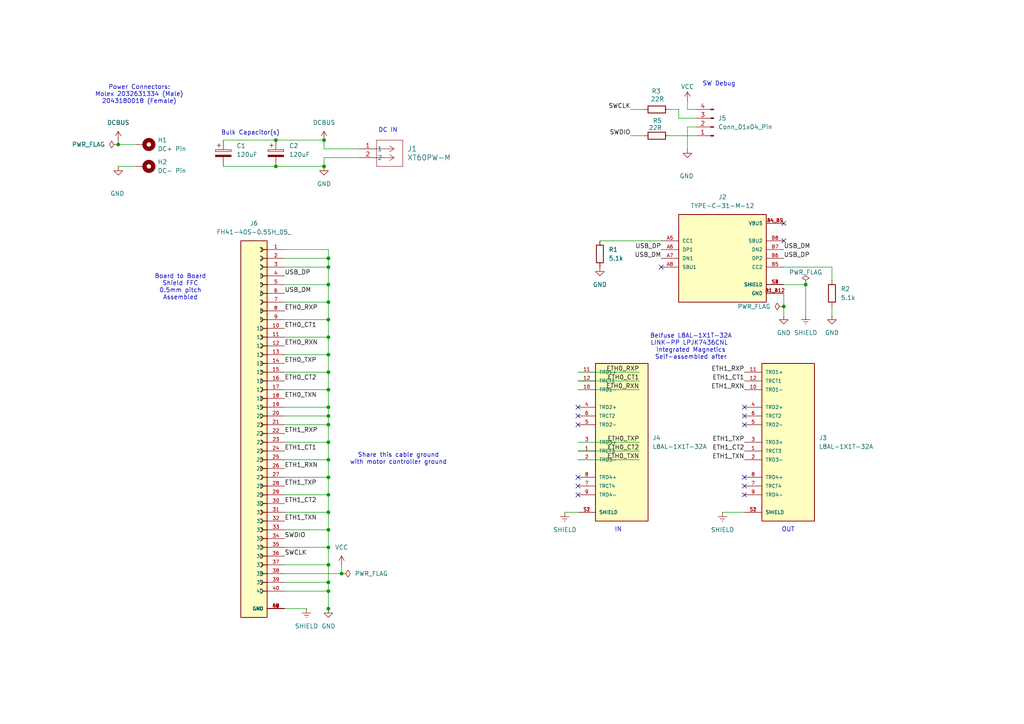
<source format=kicad_sch>
(kicad_sch (version 20231120) (generator "eeschema") (generator_version "8.0")
  (paper "A4")
  (lib_symbols
    (symbol "2024-07-02_21-14-47:XT60PW-M" (pin_names (offset 0.254))
      (property "Reference" "J" (at 8.89 6.35 0))
      (property "Value" "XT60PW-M" (at 0 0 0))
      (symbol "XT60PW-M_1_1"
        (polyline (pts (xy 5.08 -5.08) (xy 12.7 -5.08)) (stroke (width 0.127)))
        (polyline (pts (xy 5.08 2.54) (xy 5.08 -5.08)) (stroke (width 0.127)))
        (polyline (pts (xy 10.16 -2.54) (xy 5.08 -2.54)) (stroke (width 0.127)))
        (polyline (pts (xy 10.16 -2.54) (xy 8.89 -3.3867)) (stroke (width 0.127)))
        (polyline (pts (xy 10.16 -2.54) (xy 8.89 -1.6933)) (stroke (width 0.127)))
        (polyline (pts (xy 10.16 0) (xy 5.08 0)) (stroke (width 0.127)))
        (polyline (pts (xy 10.16 0) (xy 8.89 -0.8467)) (stroke (width 0.127)))
        (polyline (pts (xy 10.16 0) (xy 8.89 0.8467)) (stroke (width 0.127)))
        (polyline (pts (xy 12.7 -5.08) (xy 12.7 2.54)) (stroke (width 0.127)))
        (polyline (pts (xy 12.7 2.54) (xy 5.08 2.54)) (stroke (width 0.127)))
        (pin unspecified line (at 0 0 0) (length 5.08) (name "1") (number "1"))
        (pin unspecified line (at 0 -2.54 0) (length 5.08) (name "2") (number "2"))
      )
      (symbol "XT60PW-M_1_2"
        (polyline (pts (xy 5.08 -5.08) (xy 12.7 -5.08)) (stroke (width 0.127)))
        (polyline (pts (xy 5.08 2.54) (xy 5.08 -5.08)) (stroke (width 0.127)))
        (polyline (pts (xy 7.62 -2.54) (xy 5.08 -2.54)) (stroke (width 0.127)))
        (polyline (pts (xy 7.62 -2.54) (xy 8.89 -3.3867)) (stroke (width 0.127)))
        (polyline (pts (xy 7.62 -2.54) (xy 8.89 -1.6933)) (stroke (width 0.127)))
        (polyline (pts (xy 7.62 0) (xy 5.08 0)) (stroke (width 0.127)))
        (polyline (pts (xy 7.62 0) (xy 8.89 -0.8467)) (stroke (width 0.127)))
        (polyline (pts (xy 7.62 0) (xy 8.89 0.8467)) (stroke (width 0.127)))
        (polyline (pts (xy 12.7 -5.08) (xy 12.7 2.54)) (stroke (width 0.127)))
        (polyline (pts (xy 12.7 2.54) (xy 5.08 2.54)) (stroke (width 0.127)))
        (pin unspecified line (at 0 0 0) (length 5.08) (name "1") (number "1"))
        (pin unspecified line (at 0 -2.54 0) (length 5.08) (name "2") (number "2"))
      )
    )
    (symbol "Connector:Conn_01x04_Pin" (pin_names (offset 1.016) hide)
      (property "Reference" "J" (at 0 5.08 0))
      (property "Value" "Conn_01x04_Pin" (at 0 -7.62 0))
      (symbol "Conn_01x04_Pin_1_1"
        (polyline (pts (xy 1.27 -5.08) (xy 0.8636 -5.08)) (stroke (width 0.1524)))
        (polyline (pts (xy 1.27 -2.54) (xy 0.8636 -2.54)) (stroke (width 0.1524)))
        (polyline (pts (xy 1.27 0) (xy 0.8636 0)) (stroke (width 0.1524)))
        (polyline (pts (xy 1.27 2.54) (xy 0.8636 2.54)) (stroke (width 0.1524)))
        (rectangle (start 0.8636 -4.953) (end 0 -5.207) (stroke (width 0.1524)) (fill (type outline)))
        (rectangle (start 0.8636 -2.413) (end 0 -2.667) (stroke (width 0.1524)) (fill (type outline)))
        (rectangle (start 0.8636 0.127) (end 0 -0.127) (stroke (width 0.1524)) (fill (type outline)))
        (rectangle (start 0.8636 2.667) (end 0 2.413) (stroke (width 0.1524)) (fill (type outline)))
        (pin passive line (at 5.08 2.54 180) (length 3.81) (name "Pin_1") (number "1"))
        (pin passive line (at 5.08 0 180) (length 3.81) (name "Pin_2") (number "2"))
        (pin passive line (at 5.08 -2.54 180) (length 3.81) (name "Pin_3") (number "3"))
        (pin passive line (at 5.08 -5.08 180) (length 3.81) (name "Pin_4") (number "4"))
      )
    )
    (symbol "Device:C_Polarized" (pin_numbers hide) (pin_names (offset 0.254))
      (property "Reference" "C" (at 0.635 2.54 0))
      (property "Value" "C_Polarized" (at 0.635 -2.54 0))
      (symbol "C_Polarized_0_1"
        (rectangle (start -2.286 0.508) (end 2.286 1.016))
        (polyline (pts (xy -1.778 2.286) (xy -0.762 2.286)))
        (polyline (pts (xy -1.27 2.794) (xy -1.27 1.778)))
        (rectangle (start 2.286 -0.508) (end -2.286 -1.016) (fill (type outline)))
      )
      (symbol "C_Polarized_1_1"
        (pin passive line (at 0 3.81 270) (length 2.794) (name "~") (number "1"))
        (pin passive line (at 0 -3.81 90) (length 2.794) (name "~") (number "2"))
      )
    )
    (symbol "Device:R" (pin_numbers hide) (pin_names (offset 0))
      (property "Reference" "R" (at 2.032 0 90))
      (property "Value" "R" (at 0 0 90))
      (symbol "R_0_1"
        (rectangle (start -1.016 -2.54) (end 1.016 2.54) (stroke (width 0.254)))
      )
      (symbol "R_1_1"
        (pin passive line (at 0 3.81 270) (length 1.27) (name "~") (number "1"))
        (pin passive line (at 0 -3.81 90) (length 1.27) (name "~") (number "2"))
      )
    )
    (symbol "FH41-40S-0.5SH_05_:FH41-40S-0.5SH_05_" (pin_names (offset 1.016))
      (property "Reference" "J" (at -7.62 54.61 0))
      (property "Value" "FH41-40S-0.5SH_05_" (at -7.62 -58.42 0))
      (symbol "FH41-40S-0.5SH_05__0_0"
        (rectangle (start -7.62 -55.88) (end 0 53.34) (stroke (width 0.254)) (fill (type background)))
        (arc (start -1.905 -48.895) (mid -1.2727 -48.26) (end -1.905 -47.625) (stroke (width 0.254)))
        (arc (start -1.905 -46.355) (mid -1.2727 -45.72) (end -1.905 -45.085) (stroke (width 0.254)))
        (arc (start -1.905 -43.815) (mid -1.2727 -43.18) (end -1.905 -42.545) (stroke (width 0.254)))
        (arc (start -1.905 -41.275) (mid -1.2727 -40.64) (end -1.905 -40.005) (stroke (width 0.254)))
        (arc (start -1.905 -38.735) (mid -1.2727 -38.1) (end -1.905 -37.465) (stroke (width 0.254)))
        (arc (start -1.905 -36.195) (mid -1.2727 -35.56) (end -1.905 -34.925) (stroke (width 0.254)))
        (arc (start -1.905 -33.655) (mid -1.2727 -33.02) (end -1.905 -32.385) (stroke (width 0.254)))
        (arc (start -1.905 -31.115) (mid -1.2727 -30.48) (end -1.905 -29.845) (stroke (width 0.254)))
        (arc (start -1.905 -28.575) (mid -1.2727 -27.94) (end -1.905 -27.305) (stroke (width 0.254)))
        (arc (start -1.905 -26.035) (mid -1.2727 -25.4) (end -1.905 -24.765) (stroke (width 0.254)))
        (arc (start -1.905 -23.495) (mid -1.2727 -22.86) (end -1.905 -22.225) (stroke (width 0.254)))
        (arc (start -1.905 -20.955) (mid -1.2727 -20.32) (end -1.905 -19.685) (stroke (width 0.254)))
        (arc (start -1.905 -18.415) (mid -1.2727 -17.78) (end -1.905 -17.145) (stroke (width 0.254)))
        (arc (start -1.905 -15.875) (mid -1.2727 -15.24) (end -1.905 -14.605) (stroke (width 0.254)))
        (arc (start -1.905 -13.335) (mid -1.2727 -12.7) (end -1.905 -12.065) (stroke (width 0.254)))
        (arc (start -1.905 -10.795) (mid -1.2727 -10.16) (end -1.905 -9.525) (stroke (width 0.254)))
        (arc (start -1.905 -8.255) (mid -1.2727 -7.62) (end -1.905 -6.985) (stroke (width 0.254)))
        (arc (start -1.905 -5.715) (mid -1.2727 -5.08) (end -1.905 -4.445) (stroke (width 0.254)))
        (arc (start -1.905 -3.175) (mid -1.2727 -2.54) (end -1.905 -1.905) (stroke (width 0.254)))
        (arc (start -1.905 -0.635) (mid -1.2727 0) (end -1.905 0.635) (stroke (width 0.254)))
        (arc (start -1.905 1.905) (mid -1.2727 2.54) (end -1.905 3.175) (stroke (width 0.254)))
        (arc (start -1.905 4.445) (mid -1.2727 5.08) (end -1.905 5.715) (stroke (width 0.254)))
        (arc (start -1.905 6.985) (mid -1.2727 7.62) (end -1.905 8.255) (stroke (width 0.254)))
        (arc (start -1.905 9.525) (mid -1.2727 10.16) (end -1.905 10.795) (stroke (width 0.254)))
        (arc (start -1.905 12.065) (mid -1.2727 12.7) (end -1.905 13.335) (stroke (width 0.254)))
        (arc (start -1.905 14.605) (mid -1.2727 15.24) (end -1.905 15.875) (stroke (width 0.254)))
        (arc (start -1.905 17.145) (mid -1.2727 17.78) (end -1.905 18.415) (stroke (width 0.254)))
        (arc (start -1.905 19.685) (mid -1.2727 20.32) (end -1.905 20.955) (stroke (width 0.254)))
        (arc (start -1.905 22.225) (mid -1.2727 22.86) (end -1.905 23.495) (stroke (width 0.254)))
        (arc (start -1.905 24.765) (mid -1.2727 25.4) (end -1.905 26.035) (stroke (width 0.254)))
        (arc (start -1.905 27.305) (mid -1.2727 27.94) (end -1.905 28.575) (stroke (width 0.254)))
        (arc (start -1.905 29.845) (mid -1.2727 30.48) (end -1.905 31.115) (stroke (width 0.254)))
        (arc (start -1.905 32.385) (mid -1.2727 33.02) (end -1.905 33.655) (stroke (width 0.254)))
        (arc (start -1.905 34.925) (mid -1.2727 35.56) (end -1.905 36.195) (stroke (width 0.254)))
        (arc (start -1.905 37.465) (mid -1.2727 38.1) (end -1.905 38.735) (stroke (width 0.254)))
        (arc (start -1.905 40.005) (mid -1.2727 40.64) (end -1.905 41.275) (stroke (width 0.254)))
        (arc (start -1.905 42.545) (mid -1.2727 43.18) (end -1.905 43.815) (stroke (width 0.254)))
        (arc (start -1.905 45.085) (mid -1.2727 45.72) (end -1.905 46.355) (stroke (width 0.254)))
        (arc (start -1.905 47.625) (mid -1.2727 48.26) (end -1.905 48.895) (stroke (width 0.254)))
        (arc (start -1.905 50.165) (mid -1.2727 50.8) (end -1.905 51.435) (stroke (width 0.254)))
        (polyline (pts (xy 0 -48.26) (xy -1.27 -48.26)) (stroke (width 0.254)))
        (polyline (pts (xy 0 -45.72) (xy -1.27 -45.72)) (stroke (width 0.254)))
        (polyline (pts (xy 0 -43.18) (xy -1.27 -43.18)) (stroke (width 0.254)))
        (polyline (pts (xy 0 -40.64) (xy -1.27 -40.64)) (stroke (width 0.254)))
        (polyline (pts (xy 0 -38.1) (xy -1.27 -38.1)) (stroke (width 0.254)))
        (polyline (pts (xy 0 -35.56) (xy -1.27 -35.56)) (stroke (width 0.254)))
        (polyline (pts (xy 0 -33.02) (xy -1.27 -33.02)) (stroke (width 0.254)))
        (polyline (pts (xy 0 -30.48) (xy -1.27 -30.48)) (stroke (width 0.254)))
        (polyline (pts (xy 0 -27.94) (xy -1.27 -27.94)) (stroke (width 0.254)))
        (polyline (pts (xy 0 -25.4) (xy -1.27 -25.4)) (stroke (width 0.254)))
        (polyline (pts (xy 0 -22.86) (xy -1.27 -22.86)) (stroke (width 0.254)))
        (polyline (pts (xy 0 -20.32) (xy -1.27 -20.32)) (stroke (width 0.254)))
        (polyline (pts (xy 0 -17.78) (xy -1.27 -17.78)) (stroke (width 0.254)))
        (polyline (pts (xy 0 -15.24) (xy -1.27 -15.24)) (stroke (width 0.254)))
        (polyline (pts (xy 0 -12.7) (xy -1.27 -12.7)) (stroke (width 0.254)))
        (polyline (pts (xy 0 -10.16) (xy -1.27 -10.16)) (stroke (width 0.254)))
        (polyline (pts (xy 0 -7.62) (xy -1.27 -7.62)) (stroke (width 0.254)))
        (polyline (pts (xy 0 -5.08) (xy -1.27 -5.08)) (stroke (width 0.254)))
        (polyline (pts (xy 0 -2.54) (xy -1.27 -2.54)) (stroke (width 0.254)))
        (polyline (pts (xy 0 0) (xy -1.27 0)) (stroke (width 0.254)))
        (polyline (pts (xy 0 2.54) (xy -1.27 2.54)) (stroke (width 0.254)))
        (polyline (pts (xy 0 5.08) (xy -1.27 5.08)) (stroke (width 0.254)))
        (polyline (pts (xy 0 7.62) (xy -1.27 7.62)) (stroke (width 0.254)))
        (polyline (pts (xy 0 10.16) (xy -1.27 10.16)) (stroke (width 0.254)))
        (polyline (pts (xy 0 12.7) (xy -1.27 12.7)) (stroke (width 0.254)))
        (polyline (pts (xy 0 15.24) (xy -1.27 15.24)) (stroke (width 0.254)))
        (polyline (pts (xy 0 17.78) (xy -1.27 17.78)) (stroke (width 0.254)))
        (polyline (pts (xy 0 20.32) (xy -1.27 20.32)) (stroke (width 0.254)))
        (polyline (pts (xy 0 22.86) (xy -1.27 22.86)) (stroke (width 0.254)))
        (polyline (pts (xy 0 25.4) (xy -1.27 25.4)) (stroke (width 0.254)))
        (polyline (pts (xy 0 27.94) (xy -1.27 27.94)) (stroke (width 0.254)))
        (polyline (pts (xy 0 30.48) (xy -1.27 30.48)) (stroke (width 0.254)))
        (polyline (pts (xy 0 33.02) (xy -1.27 33.02)) (stroke (width 0.254)))
        (polyline (pts (xy 0 35.56) (xy -1.27 35.56)) (stroke (width 0.254)))
        (polyline (pts (xy 0 38.1) (xy -1.27 38.1)) (stroke (width 0.254)))
        (polyline (pts (xy 0 40.64) (xy -1.27 40.64)) (stroke (width 0.254)))
        (polyline (pts (xy 0 43.18) (xy -1.27 43.18)) (stroke (width 0.254)))
        (polyline (pts (xy 0 45.72) (xy -1.27 45.72)) (stroke (width 0.254)))
        (polyline (pts (xy 0 48.26) (xy -1.27 48.26)) (stroke (width 0.254)))
        (polyline (pts (xy 0 50.8) (xy -1.27 50.8)) (stroke (width 0.254)))
        (pin passive line (at 5.08 50.8 180) (length 5.08) (name "1") (number "1"))
        (pin passive line (at 5.08 27.94 180) (length 5.08) (name "10") (number "10"))
        (pin passive line (at 5.08 25.4 180) (length 5.08) (name "11") (number "11"))
        (pin passive line (at 5.08 22.86 180) (length 5.08) (name "12") (number "12"))
        (pin passive line (at 5.08 20.32 180) (length 5.08) (name "13") (number "13"))
        (pin passive line (at 5.08 17.78 180) (length 5.08) (name "14") (number "14"))
        (pin passive line (at 5.08 15.24 180) (length 5.08) (name "15") (number "15"))
        (pin passive line (at 5.08 12.7 180) (length 5.08) (name "16") (number "16"))
        (pin passive line (at 5.08 10.16 180) (length 5.08) (name "17") (number "17"))
        (pin passive line (at 5.08 7.62 180) (length 5.08) (name "18") (number "18"))
        (pin passive line (at 5.08 5.08 180) (length 5.08) (name "19") (number "19"))
        (pin passive line (at 5.08 48.26 180) (length 5.08) (name "2") (number "2"))
        (pin passive line (at 5.08 2.54 180) (length 5.08) (name "20") (number "20"))
        (pin passive line (at 5.08 0 180) (length 5.08) (name "21") (number "21"))
        (pin passive line (at 5.08 -2.54 180) (length 5.08) (name "22") (number "22"))
        (pin passive line (at 5.08 -5.08 180) (length 5.08) (name "23") (number "23"))
        (pin passive line (at 5.08 -7.62 180) (length 5.08) (name "24") (number "24"))
        (pin passive line (at 5.08 -10.16 180) (length 5.08) (name "25") (number "25"))
        (pin passive line (at 5.08 -12.7 180) (length 5.08) (name "26") (number "26"))
        (pin passive line (at 5.08 -15.24 180) (length 5.08) (name "27") (number "27"))
        (pin passive line (at 5.08 -17.78 180) (length 5.08) (name "28") (number "28"))
        (pin passive line (at 5.08 -20.32 180) (length 5.08) (name "29") (number "29"))
        (pin passive line (at 5.08 45.72 180) (length 5.08) (name "3") (number "3"))
        (pin passive line (at 5.08 -22.86 180) (length 5.08) (name "30") (number "30"))
        (pin passive line (at 5.08 -25.4 180) (length 5.08) (name "31") (number "31"))
        (pin passive line (at 5.08 -27.94 180) (length 5.08) (name "32") (number "32"))
        (pin passive line (at 5.08 -30.48 180) (length 5.08) (name "33") (number "33"))
        (pin passive line (at 5.08 -33.02 180) (length 5.08) (name "34") (number "34"))
        (pin passive line (at 5.08 -35.56 180) (length 5.08) (name "35") (number "35"))
        (pin passive line (at 5.08 -38.1 180) (length 5.08) (name "36") (number "36"))
        (pin passive line (at 5.08 -40.64 180) (length 5.08) (name "37") (number "37"))
        (pin passive line (at 5.08 -43.18 180) (length 5.08) (name "38") (number "38"))
        (pin passive line (at 5.08 -45.72 180) (length 5.08) (name "39") (number "39"))
        (pin passive line (at 5.08 43.18 180) (length 5.08) (name "4") (number "4"))
        (pin passive line (at 5.08 -48.26 180) (length 5.08) (name "40") (number "40"))
        (pin power_in line (at 5.08 -53.34 180) (length 5.08) (name "GND") (number "41"))
        (pin power_in line (at 5.08 -53.34 180) (length 5.08) (name "GND") (number "42"))
        (pin power_in line (at 5.08 -53.34 180) (length 5.08) (name "GND") (number "43"))
        (pin power_in line (at 5.08 -53.34 180) (length 5.08) (name "GND") (number "44"))
        (pin power_in line (at 5.08 -53.34 180) (length 5.08) (name "GND") (number "45"))
        (pin power_in line (at 5.08 -53.34 180) (length 5.08) (name "GND") (number "46"))
        (pin power_in line (at 5.08 -53.34 180) (length 5.08) (name "GND") (number "47"))
        (pin power_in line (at 5.08 -53.34 180) (length 5.08) (name "GND") (number "48"))
        (pin power_in line (at 5.08 -53.34 180) (length 5.08) (name "GND") (number "49"))
        (pin passive line (at 5.08 40.64 180) (length 5.08) (name "5") (number "5"))
        (pin power_in line (at 5.08 -53.34 180) (length 5.08) (name "GND") (number "50"))
        (pin passive line (at 5.08 38.1 180) (length 5.08) (name "6") (number "6"))
        (pin passive line (at 5.08 35.56 180) (length 5.08) (name "7") (number "7"))
        (pin passive line (at 5.08 33.02 180) (length 5.08) (name "8") (number "8"))
        (pin passive line (at 5.08 30.48 180) (length 5.08) (name "9") (number "9"))
      )
    )
    (symbol "L8AL-1X1T-32A:L8AL-1X1T-32A" (pin_names (offset 1.016))
      (property "Reference" "J" (at -7.62 24.13 0))
      (property "Value" "L8AL-1X1T-32A" (at -7.62 -24.13 0))
      (symbol "L8AL-1X1T-32A_0_0"
        (rectangle (start -7.62 -22.86) (end 7.62 22.86) (stroke (width 0.254)) (fill (type background)))
        (pin passive line (at -12.7 -2.54 0) (length 5.08) (name "TRCT3") (number "1"))
        (pin passive line (at -12.7 15.24 0) (length 5.08) (name "TRD1-") (number "10"))
        (pin passive line (at -12.7 20.32 0) (length 5.08) (name "TRD1+") (number "11"))
        (pin passive line (at -12.7 17.78 0) (length 5.08) (name "TRCT1") (number "12"))
        (pin passive line (at -12.7 -5.08 0) (length 5.08) (name "TRD3-") (number "2"))
        (pin passive line (at -12.7 0 0) (length 5.08) (name "TRD3+") (number "3"))
        (pin passive line (at -12.7 10.16 0) (length 5.08) (name "TRD2+") (number "4"))
        (pin passive line (at -12.7 5.08 0) (length 5.08) (name "TRD2-") (number "5"))
        (pin passive line (at -12.7 7.62 0) (length 5.08) (name "TRCT2") (number "6"))
        (pin passive line (at -12.7 -12.7 0) (length 5.08) (name "TRCT4") (number "7"))
        (pin passive line (at -12.7 -10.16 0) (length 5.08) (name "TRD4+") (number "8"))
        (pin passive line (at -12.7 -15.24 0) (length 5.08) (name "TRD4-") (number "9"))
        (pin passive line (at -12.7 -20.32 0) (length 5.08) (name "SHIELD") (number "S1"))
        (pin passive line (at -12.7 -20.32 0) (length 5.08) (name "SHIELD") (number "S2"))
      )
    )
    (symbol "Mechanical:MountingHole_Pad" (pin_numbers hide) (pin_names (offset 1.016) hide) (exclude_from_sim yes) (in_bom no)
      (property "Reference" "H" (at 0 6.35 0))
      (property "Value" "MountingHole_Pad" (at 0 4.445 0))
      (symbol "MountingHole_Pad_0_1"
        (circle (center 0 1.27) (radius 1.27) (stroke (width 1.27)))
      )
      (symbol "MountingHole_Pad_1_1"
        (pin input line (at 0 -2.54 90) (length 2.54) (name "1") (number "1"))
      )
    )
    (symbol "TYPE-C-31-M-12:TYPE-C-31-M-12" (pin_names (offset 1.016))
      (property "Reference" "J" (at -12.7 13.462 0))
      (property "Value" "TYPE-C-31-M-12" (at -12.7 -13.462 0))
      (symbol "TYPE-C-31-M-12_0_0"
        (rectangle (start -12.7 -12.7) (end 12.7 12.7) (stroke (width 0.254)) (fill (type background)))
        (pin power_in line (at 17.78 -10.16 180) (length 5.08) (name "GND") (number "A1_B12"))
        (pin power_in line (at 17.78 10.16 180) (length 5.08) (name "VBUS") (number "A4_B9"))
        (pin bidirectional line (at -17.78 5.08 0) (length 5.08) (name "CC1") (number "A5"))
        (pin bidirectional line (at -17.78 2.54 0) (length 5.08) (name "DP1") (number "A6"))
        (pin bidirectional line (at -17.78 0 0) (length 5.08) (name "DN1") (number "A7"))
        (pin bidirectional line (at -17.78 -2.54 0) (length 5.08) (name "SBU1") (number "A8"))
        (pin power_in line (at 17.78 -10.16 180) (length 5.08) (name "GND") (number "B1_A12"))
        (pin power_in line (at 17.78 10.16 180) (length 5.08) (name "VBUS") (number "B4_A9"))
        (pin bidirectional line (at 17.78 -2.54 180) (length 5.08) (name "CC2") (number "B5"))
        (pin bidirectional line (at 17.78 0 180) (length 5.08) (name "DP2") (number "B6"))
        (pin bidirectional line (at 17.78 2.54 180) (length 5.08) (name "DN2") (number "B7"))
        (pin bidirectional line (at 17.78 5.08 180) (length 5.08) (name "SBU2") (number "B8"))
        (pin passive line (at 17.78 -7.62 180) (length 5.08) (name "SHIELD") (number "S1"))
        (pin passive line (at 17.78 -7.62 180) (length 5.08) (name "SHIELD") (number "S2"))
        (pin passive line (at 17.78 -7.62 180) (length 5.08) (name "SHIELD") (number "S3"))
        (pin passive line (at 17.78 -7.62 180) (length 5.08) (name "SHIELD") (number "S4"))
      )
    )
    (symbol "power:+3.3V" (power) (pin_numbers hide) (pin_names (offset 0) hide)
      (property "Value" "+3.3V" (at 0 3.556 0))
      (symbol "+3.3V_0_1"
        (polyline (pts (xy -0.762 1.27) (xy 0 2.54)))
        (polyline (pts (xy 0 0) (xy 0 2.54)))
        (polyline (pts (xy 0 2.54) (xy 0.762 1.27)))
      )
      (symbol "+3.3V_1_1"
        (pin power_in line (at 0 0 90) (length 0) (name "~") (number "1"))
      )
    )
    (symbol "power:Earth" (power) (pin_numbers hide) (pin_names (offset 0) hide)
      (property "Value" "Earth" (at 0 -3.81 0))
      (symbol "Earth_0_1"
        (polyline (pts (xy -0.635 -1.905) (xy 0.635 -1.905)))
        (polyline (pts (xy -0.127 -2.54) (xy 0.127 -2.54)))
        (polyline (pts (xy 0 -1.27) (xy 0 0)))
        (polyline (pts (xy 1.27 -1.27) (xy -1.27 -1.27)))
      )
      (symbol "Earth_1_1"
        (pin power_in line (at 0 0 270) (length 0) (name "~") (number "1"))
      )
    )
    (symbol "power:GND" (power) (pin_numbers hide) (pin_names (offset 0) hide)
      (property "Value" "GND" (at 0 -3.81 0))
      (symbol "GND_0_1"
        (polyline (pts (xy 0 0) (xy 0 -1.27) (xy 1.27 -1.27) (xy 0 -2.54) (xy -1.27 -1.27) (xy 0 -1.27)))
      )
      (symbol "GND_1_1"
        (pin power_in line (at 0 0 270) (length 0) (name "~") (number "1"))
      )
    )
    (symbol "power:PWR_FLAG" (power) (pin_numbers hide) (pin_names (offset 0) hide)
      (property "Value" "PWR_FLAG" (at 0 3.81 0))
      (symbol "PWR_FLAG_0_0"
        (pin power_out line (at 0 0 90) (length 0) (name "~") (number "1"))
      )
      (symbol "PWR_FLAG_0_1"
        (polyline (pts (xy 0 0) (xy 0 1.27) (xy -1.016 1.905) (xy 0 2.54) (xy 1.016 1.905) (xy 0 1.27)))
      )
    )
    (symbol "power:VCC" (power) (pin_numbers hide) (pin_names (offset 0) hide)
      (property "Value" "VCC" (at 0 3.556 0))
      (symbol "VCC_0_1"
        (polyline (pts (xy -0.762 1.27) (xy 0 2.54)))
        (polyline (pts (xy 0 0) (xy 0 2.54)))
        (polyline (pts (xy 0 2.54) (xy 0.762 1.27)))
      )
      (symbol "VCC_1_1"
        (pin power_in line (at 0 0 90) (length 0) (name "~") (number "1"))
      )
    )
  )
  (junction (at 95.25 148.59))
  (junction (at 95.25 123.19))
  (junction (at 99.06 166.37))
  (junction (at 95.25 168.91))
  (junction (at 95.25 97.79))
  (junction (at 95.25 133.35))
  (junction (at 95.25 102.87))
  (junction (at 227.33 88.9))
  (junction (at 95.25 113.03))
  (junction (at 95.25 138.43))
  (junction (at 95.25 120.65))
  (junction (at 95.25 118.11))
  (junction (at 95.25 82.55))
  (junction (at 95.25 107.95))
  (junction (at 80.01 48.26))
  (junction (at 95.25 153.67))
  (junction (at 95.25 143.51))
  (junction (at 95.25 77.47))
  (junction (at 95.25 128.27))
  (junction (at 95.25 74.93))
  (junction (at 95.25 176.53))
  (junction (at 34.29 41.91))
  (junction (at 93.98 48.26))
  (junction (at 233.68 82.55))
  (junction (at 95.25 87.63))
  (junction (at 93.98 40.64))
  (junction (at 95.25 158.75))
  (junction (at 80.01 40.64))
  (junction (at 95.25 163.83))
  (junction (at 95.25 171.45))
  (junction (at 95.25 92.71))
  (no_connect (at 215.9 138.43))
  (no_connect (at 191.77 77.47))
  (no_connect (at 227.33 69.85))
  (no_connect (at 167.64 120.65))
  (no_connect (at 167.64 138.43))
  (no_connect (at 215.9 118.11))
  (no_connect (at 227.33 64.77))
  (no_connect (at 215.9 140.97))
  (no_connect (at 215.9 143.51))
  (no_connect (at 167.64 140.97))
  (no_connect (at 215.9 120.65))
  (no_connect (at 167.64 123.19))
  (no_connect (at 215.9 123.19))
  (no_connect (at 167.64 143.51))
  (no_connect (at 167.64 118.11))
  (wire (pts (xy 93.98 40.64) (xy 93.98 43.18)))
  (wire (pts (xy 82.55 120.65) (xy 95.25 120.65)))
  (wire (pts (xy 194.31 31.75) (xy 196.85 31.75)))
  (wire (pts (xy 167.64 107.95) (xy 185.42 107.95)))
  (wire (pts (xy 173.99 69.85) (xy 191.77 69.85)))
  (wire (pts (xy 95.25 82.55) (xy 95.25 77.47)))
  (wire (pts (xy 82.55 168.91) (xy 95.25 168.91)))
  (wire (pts (xy 209.55 148.59) (xy 215.9 148.59)))
  (wire (pts (xy 95.25 158.75) (xy 95.25 163.83)))
  (wire (pts (xy 82.55 143.51) (xy 95.25 143.51)))
  (wire (pts (xy 82.55 92.71) (xy 95.25 92.71)))
  (wire (pts (xy 95.25 74.93) (xy 95.25 72.39)))
  (wire (pts (xy 93.98 45.72) (xy 104.14 45.72)))
  (wire (pts (xy 95.25 120.65) (xy 95.25 123.19)))
  (wire (pts (xy 95.25 118.11) (xy 95.25 120.65)))
  (wire (pts (xy 201.93 34.29) (xy 196.85 34.29)))
  (wire (pts (xy 93.98 43.18) (xy 104.14 43.18)))
  (wire (pts (xy 241.3 91.44) (xy 241.3 88.9)))
  (wire (pts (xy 82.55 158.75) (xy 95.25 158.75)))
  (wire (pts (xy 194.31 39.37) (xy 201.93 39.37)))
  (wire (pts (xy 82.55 171.45) (xy 95.25 171.45)))
  (wire (pts (xy 82.55 176.53) (xy 88.9 176.53)))
  (wire (pts (xy 95.25 118.11) (xy 95.25 113.03)))
  (wire (pts (xy 99.06 163.83) (xy 99.06 166.37)))
  (wire (pts (xy 95.25 102.87) (xy 95.25 97.79)))
  (wire (pts (xy 80.01 48.26) (xy 93.98 48.26)))
  (wire (pts (xy 82.55 123.19) (xy 95.25 123.19)))
  (wire (pts (xy 34.29 40.64) (xy 34.29 41.91)))
  (wire (pts (xy 64.77 48.26) (xy 80.01 48.26)))
  (wire (pts (xy 95.25 77.47) (xy 95.25 74.93)))
  (wire (pts (xy 227.33 82.55) (xy 233.68 82.55)))
  (wire (pts (xy 95.25 176.53) (xy 95.25 171.45)))
  (wire (pts (xy 95.25 107.95) (xy 95.25 113.03)))
  (wire (pts (xy 233.68 82.55) (xy 233.68 91.44)))
  (wire (pts (xy 64.77 40.64) (xy 80.01 40.64)))
  (wire (pts (xy 95.25 168.91) (xy 95.25 171.45)))
  (wire (pts (xy 95.25 133.35) (xy 95.25 138.43)))
  (wire (pts (xy 227.33 77.47) (xy 241.3 77.47)))
  (wire (pts (xy 95.25 123.19) (xy 95.25 128.27)))
  (wire (pts (xy 82.55 97.79) (xy 95.25 97.79)))
  (wire (pts (xy 167.64 128.27) (xy 185.42 128.27)))
  (wire (pts (xy 167.64 110.49) (xy 185.42 110.49)))
  (wire (pts (xy 227.33 91.44) (xy 227.33 88.9)))
  (wire (pts (xy 163.83 148.59) (xy 167.64 148.59)))
  (wire (pts (xy 82.55 128.27) (xy 95.25 128.27)))
  (wire (pts (xy 95.25 82.55) (xy 95.25 87.63)))
  (wire (pts (xy 34.29 41.91) (xy 39.37 41.91)))
  (wire (pts (xy 95.25 128.27) (xy 95.25 133.35)))
  (wire (pts (xy 95.25 97.79) (xy 95.25 92.71)))
  (wire (pts (xy 82.55 138.43) (xy 95.25 138.43)))
  (wire (pts (xy 167.64 113.03) (xy 185.42 113.03)))
  (wire (pts (xy 82.55 102.87) (xy 95.25 102.87)))
  (wire (pts (xy 182.88 31.75) (xy 186.69 31.75)))
  (wire (pts (xy 82.55 118.11) (xy 95.25 118.11)))
  (wire (pts (xy 199.39 29.21) (xy 199.39 31.75)))
  (wire (pts (xy 199.39 31.75) (xy 201.93 31.75)))
  (wire (pts (xy 82.55 74.93) (xy 95.25 74.93)))
  (wire (pts (xy 82.55 153.67) (xy 95.25 153.67)))
  (wire (pts (xy 95.25 107.95) (xy 95.25 102.87)))
  (wire (pts (xy 82.55 77.47) (xy 95.25 77.47)))
  (wire (pts (xy 82.55 87.63) (xy 95.25 87.63)))
  (wire (pts (xy 227.33 85.09) (xy 227.33 88.9)))
  (wire (pts (xy 34.29 48.26) (xy 39.37 48.26)))
  (wire (pts (xy 196.85 34.29) (xy 196.85 31.75)))
  (wire (pts (xy 82.55 107.95) (xy 95.25 107.95)))
  (wire (pts (xy 95.25 177.8) (xy 95.25 176.53)))
  (wire (pts (xy 199.39 36.83) (xy 199.39 43.18)))
  (wire (pts (xy 82.55 113.03) (xy 95.25 113.03)))
  (wire (pts (xy 95.25 153.67) (xy 95.25 158.75)))
  (wire (pts (xy 82.55 166.37) (xy 99.06 166.37)))
  (wire (pts (xy 80.01 40.64) (xy 93.98 40.64)))
  (wire (pts (xy 95.25 148.59) (xy 95.25 153.67)))
  (wire (pts (xy 93.98 48.26) (xy 93.98 45.72)))
  (wire (pts (xy 95.25 143.51) (xy 95.25 148.59)))
  (wire (pts (xy 82.55 148.59) (xy 95.25 148.59)))
  (wire (pts (xy 82.55 82.55) (xy 95.25 82.55)))
  (wire (pts (xy 241.3 77.47) (xy 241.3 81.28)))
  (wire (pts (xy 95.25 72.39) (xy 82.55 72.39)))
  (wire (pts (xy 82.55 163.83) (xy 95.25 163.83)))
  (wire (pts (xy 95.25 92.71) (xy 95.25 87.63)))
  (wire (pts (xy 182.88 39.37) (xy 186.69 39.37)))
  (wire (pts (xy 95.25 138.43) (xy 95.25 143.51)))
  (wire (pts (xy 167.64 133.35) (xy 185.42 133.35)))
  (wire (pts (xy 82.55 133.35) (xy 95.25 133.35)))
  (wire (pts (xy 95.25 163.83) (xy 95.25 168.91)))
  (wire (pts (xy 201.93 36.83) (xy 199.39 36.83)))
  (wire (pts (xy 167.64 130.81) (xy 185.42 130.81)))
  (text "Belfuse L8AL-1X1T-32A\nLINK-PP LPJK7436CNL \nIntegrated Magnetics\nSelf-assembled after" (at 200.406 100.584 0) (effects (font (size 1.27 1.27))))
  (text "SW Debug" (at 208.534 24.384 0) (effects (font (size 1.27 1.27))))
  (text "IN" (at 179.324 153.67 0) (effects (font (size 1.27 1.27))))
  (text "Board to Board\nShield FFC\n0.5mm pitch\nAssembled" (at 52.324 83.312 0) (effects (font (size 1.27 1.27))))
  (text "Share this cable ground\nwith motor controller ground" (at 115.57 133.096 0) (effects (font (size 1.27 1.27))))
  (text "DC IN" (at 112.522 37.846 0) (effects (font (size 1.27 1.27))))
  (text "Power Connectors:\nMolex 2032631334 (Male)\n2043180018 (Female)" (at 40.386 27.432 0) (effects (font (size 1.27 1.27))))
  (text "OUT" (at 228.6 153.67 0) (effects (font (size 1.27 1.27))))
  (text "Bulk Capacitor(s)" (at 72.644 38.608 0) (effects (font (size 1.27 1.27))))
  (label "ETH1_TXP" (at 215.9 128.27 180))
  (label "ETH0_CT1" (at 185.42 110.49 180))
  (label "USB_DM" (at 227.33 72.39 0))
  (label "ETH0_RXP" (at 185.42 107.95 180))
  (label "ETH0_TXN" (at 185.42 133.35 180))
  (label "ETH0_RXP" (at 82.55 90.17 0))
  (label "ETH1_CT2" (at 215.9 130.81 180))
  (label "USB_DP" (at 82.55 80.01 0))
  (label "ETH1_TXN" (at 82.55 151.13 0))
  (label "ETH1_TXN" (at 215.9 133.35 180))
  (label "ETH1_CT1" (at 215.9 110.49 180))
  (label "SWDIO" (at 182.88 39.37 180))
  (label "USB_DP" (at 227.33 74.93 0))
  (label "ETH0_RXN" (at 185.42 113.03 180))
  (label "ETH1_TXP" (at 82.55 140.97 0))
  (label "SWDIO" (at 82.55 156.21 0))
  (label "USB_DM" (at 82.55 85.09 0))
  (label "ETH1_RXP" (at 215.9 107.95 180))
  (label "ETH0_RXN" (at 82.55 100.33 0))
  (label "SWCLK" (at 182.88 31.75 180))
  (label "ETH1_RXN" (at 82.55 135.89 0))
  (label "ETH1_CT1" (at 82.55 130.81 0))
  (label "ETH0_TXP" (at 82.55 105.41 0))
  (label "ETH0_CT2" (at 185.42 130.81 180))
  (label "SWCLK" (at 82.55 161.29 0))
  (label "ETH1_RXP" (at 82.55 125.73 0))
  (label "ETH1_CT2" (at 82.55 146.05 0))
  (label "ETH1_RXN" (at 215.9 113.03 180))
  (label "USB_DP" (at 191.77 72.39 180))
  (label "ETH0_TXN" (at 82.55 115.57 0))
  (label "ETH0_TXP" (at 185.42 128.27 180))
  (label "USB_DM" (at 191.77 74.93 180))
  (label "ETH0_CT1" (at 82.55 95.25 0))
  (label "ETH0_CT2" (at 82.55 110.49 0))
  (symbol (lib_id "power:GND") (at 199.39 43.18 0) (unit 1)
    (property "Reference" "#PWR08" (effects (hide yes)))
    (property "Value" "GND" (at 199.136 51.054 0))
  )
  (symbol (lib_id "power:Earth") (at 233.68 91.44 0) (unit 1)
    (property "Reference" "#PWR03" (effects (hide yes)))
    (property "Value" "SHIELD" (at 233.68 96.52 0))
    (property "Description" "Power symbol creates a global label with name \"Earth\"" (effects (hide yes)))
  )
  (symbol (lib_id "Mechanical:MountingHole_Pad") (at 41.91 48.26 270) (unit 1) (exclude_from_sim yes) (in_bom no)
    (property "Reference" "H2" (at 45.72 46.9899 90) (effects (justify left)))
    (property "Value" "DC- Pin" (at 45.72 49.5299 90) (effects (justify left)))
    (property "Description" "Mounting Hole with connection" (effects (hide yes)))
  )
  (symbol (lib_id "power:+3.3V") (at 34.29 40.64 0) (unit 1)
    (property "Reference" "#PWR09" (effects (hide yes)))
    (property "Value" "DCBUS" (at 34.29 35.56 0))
    (property "Description" "Power symbol creates a global label with name \"+3.3V\"" (effects (hide yes)))
  )
  (symbol (lib_id "power:VCC") (at 99.06 163.83 0) (unit 1)
    (property "Reference" "#PWR011" (effects (hide yes)))
    (property "Value" "VCC" (at 99.06 158.75 0))
    (property "Description" "Power symbol creates a global label with name \"VCC\"" (effects (hide yes)))
  )
  (symbol (lib_id "power:Earth") (at 163.83 148.59 0) (unit 1)
    (property "Reference" "#PWR014" (effects (hide yes)))
    (property "Value" "SHIELD" (at 163.83 153.67 0))
    (property "Description" "Power symbol creates a global label with name \"Earth\"" (effects (hide yes)))
  )
  (symbol (lib_id "TYPE-C-31-M-12:TYPE-C-31-M-12") (at 209.55 74.93 0) (unit 1)
    (property "Reference" "J2" (at 209.55 57.15 0))
    (property "Value" "TYPE-C-31-M-12" (at 209.55 59.69 0))
    (property "Footprint" "TYPE-C-31-M-12:HRO_TYPE-C-31-M-12" (effects (hide yes)))
    (property "MF" "HRO Electronics Co., Ltd." (effects (hide yes)))
    (property "MAXIMUM_PACKAGE_HEIGHT" "3.26 mm" (effects (hide yes)))
    (property "Package" "Package" (effects (hide yes)))
    (property "Price" "None" (effects (hide yes)))
    (property "Check_prices" "https://www.snapeda.com/parts/TYPE-C-31-M-12/HRO+Electronics+Co.%252C+Ltd./view-part/?ref=eda" (effects (hide yes)))
    (property "STANDARD" "Manufacturer Recommendations" (effects (hide yes)))
    (property "PARTREV" "2020.12.08" (effects (hide yes)))
    (property "SnapEDA_Link" "https://www.snapeda.com/parts/TYPE-C-31-M-12/HRO+Electronics+Co.%252C+Ltd./view-part/?ref=snap" (effects (hide yes)))
    (property "MP" "TYPE-C-31-M-12" (effects (hide yes)))
    (property "Description_1" "\nUSB Connectors 24 Receptacle 1 8.94*7.3mm RoHS\n" (effects (hide yes)))
    (property "SNAPEDA_PN" "TYPE-C-31-M-12" (effects (hide yes)))
    (property "Availability" "Not in stock" (effects (hide yes)))
    (property "MANUFACTURER" "HRO Electronics Co., Ltd." (effects (hide yes)))
    (property "LCSC Part Number" "C165948" (effects (hide yes)))
  )
  (symbol (lib_id "Device:C_Polarized") (at 80.01 44.45 0) (unit 1)
    (property "Reference" "C2" (at 83.82 42.2909 0) (effects (justify left)))
    (property "Value" "120uF" (at 83.82 44.8309 0) (effects (justify left)))
    (property "Description" "Polarized capacitor" (effects (hide yes)))
  )
  (symbol (lib_id "power:GND") (at 227.33 91.44 0) (unit 1)
    (property "Reference" "#PWR02" (effects (hide yes)))
    (property "Value" "GND" (at 227.33 96.52 0))
    (property "Description" "Power symbol creates a global label with name \"GND\" , ground" (effects (hide yes)))
  )
  (symbol (lib_id "L8AL-1X1T-32A:L8AL-1X1T-32A") (at 228.6 128.27 0) (unit 1)
    (property "Reference" "J3" (at 237.49 126.9999 0) (effects (justify left)))
    (property "Value" "L8AL-1X1T-32A" (at 237.49 129.5399 0) (effects (justify left)))
    (property "Footprint" "L8AL-1X1T-32A:BEL_L8AL-1X1T-32A" (effects (hide yes)))
    (property "MF" "Bel Magnetic Solutions" (effects (hide yes)))
    (property "MAXIMUM_PACKAGE_HEIGHT" "13.22 mm" (effects (hide yes)))
    (property "Package" "None" (effects (hide yes)))
    (property "Price" "None" (effects (hide yes)))
    (property "Check_prices" "https://www.snapeda.com/parts/L8AL-1X1T-32A/Bel+Magnetic+Solutions/view-part/?ref=eda" (effects (hide yes)))
    (property "STANDARD" "Manufacturer Recommendations" (effects (hide yes)))
    (property "PARTREV" "A" (effects (hide yes)))
    (property "SnapEDA_Link" "https://www.snapeda.com/parts/L8AL-1X1T-32A/Bel+Magnetic+Solutions/view-part/?ref=snap" (effects (hide yes)))
    (property "MP" "L8AL-1X1T-32A" (effects (hide yes)))
    (property "Description_1" "\nMagJack 1000BASE-T | 1X1 | -40 to 85ºC | Tab Up | Low Profile | RoHS\n" (effects (hide yes)))
    (property "Availability" "In Stock" (effects (hide yes)))
    (property "MANUFACTURER" "Bel Fuse" (effects (hide yes)))
  )
  (symbol (lib_id "Device:R") (at 173.99 73.66 0) (unit 1)
    (property "Reference" "R1" (at 176.53 72.3899 0) (effects (justify left)))
    (property "Value" "5.1k" (at 176.53 74.9299 0) (effects (justify left)))
    (property "Footprint" "Resistor_SMD:R_0603_1608Metric" (effects (hide yes)))
    (property "Description" "Resistor" (effects (hide yes)))
  )
  (symbol (lib_id "power:Earth") (at 88.9 176.53 0) (unit 1)
    (property "Reference" "#PWR013" (effects (hide yes)))
    (property "Value" "SHIELD" (at 88.9 181.61 0))
    (property "Description" "Power symbol creates a global label with name \"Earth\"" (effects (hide yes)))
  )
  (symbol (lib_id "Connector:Conn_01x04_Pin") (at 207.01 36.83 180) (unit 1)
    (property "Reference" "J5" (at 208.28 34.2899 0) (effects (justify right)))
    (property "Value" "Conn_01x04_Pin" (at 208.28 36.8299 0) (effects (justify right)))
    (property "Description" "Generic connector, single row, 01x04, script generated" (effects (hide yes)))
  )
  (symbol (lib_id "2024-07-02_21-14-47:XT60PW-M") (at 104.14 43.18 0) (unit 1)
    (property "Reference" "J1" (at 118.11 43.1799 0) (effects (font (size 1.524 1.524)) (justify left)))
    (property "Value" "XT60PW-M" (at 118.11 45.7199 0) (effects (font (size 1.524 1.524)) (justify left)))
    (property "Footprint" "CONN_XT60PW-M_AMA" (effects (hide yes)))
    (property "Datasheet" "XT60PW-M" (effects (hide yes)))
    (property "LCSC Part Number" "C98732" (effects (hide yes)))
  )
  (symbol (lib_id "power:Earth") (at 209.55 148.59 0) (unit 1)
    (property "Reference" "#PWR015" (effects (hide yes)))
    (property "Value" "SHIELD" (at 209.55 153.67 0))
    (property "Description" "Power symbol creates a global label with name \"Earth\"" (effects (hide yes)))
  )
  (symbol (lib_id "Device:R") (at 190.5 39.37 90) (unit 1)
    (property "Reference" "R5" (at 192.024 34.29 90) (effects (justify left bottom)))
    (property "Value" "22R" (at 192.024 36.322 90) (effects (justify left bottom)))
    (property "Footprint" "Resistor_SMD:R_0603_1608Metric" (effects (hide yes)))
    (property "Description" "RES SMD 22 OHM 1% 1/10W 0603" (effects (hide yes)))
    (property "SUPPLIER 1" "Digi-Key" (effects (hide yes)))
    (property "SUPPLIER PART NUMBER 1" "311-22.0HRCT-ND" (effects (hide yes)))
    (property "MANUFACTURER" "Yageo" (effects (hide yes)))
    (property "MANUFACTURER PART NUMBER" "RC0603FR-0722RL" (effects (hide yes)))
    (property "ROHS" "RoHS Compliant" (effects (hide yes)))
    (property "CATEGORY" "Resistors" (effects (hide yes)))
    (property "STOCK 1" "575303" (effects (hide yes)))
    (property "PRICING 1" "1=0.1, 10=0.014, 25=0.01, 100=0.0057, 250=0.00436, 500=0.00348, 1000=0.00257, 2500=0.00223 (USD)" (effects (hide yes)))
    (property "PACKAGING" "Cut Tape (CT)" (effects (hide yes)))
    (property "RESISTANCE (OHMS)" "22" (effects (hide yes)))
    (property "TOLERANCE" "±1%" (effects (hide yes)))
    (property "POWER (WATTS)" "0.1W, 1/10W" (effects (hide yes)))
    (property "COMPOSITION" "Thick Film" (effects (hide yes)))
    (property "FEATURES" "Moisture Resistant" (effects (hide yes)))
    (property "TEMPERATURE COEFFICIENT" "±100ppm/°C" (effects (hide yes)))
    (property "OPERATING TEMPERATURE" "-55°C ~ 155°C" (effects (hide yes)))
    (property "PACKAGE / CASE" "0603 (1608 Metric)" (effects (hide yes)))
    (property "SUPPLIER DEVICE PACKAGE" "0603" (effects (hide yes)))
    (property "SIZE / DIMENSION" "0.063\" L x 0.031\" W (1.60mm x 0.80mm)" (effects (hide yes)))
    (property "HEIGHT" "0.022\" (0.55mm)" (effects (hide yes)))
    (property "NUMBER OF TERMINATIONS" "2" (effects (hide yes)))
    (property "COMPONENTLINK1URL" "http://www.yageo.com/documents/recent/PYu-RC_Group_51_RoHS_L_04.pdf" (effects (hide yes)))
    (property "COMPONENTLINK1DESCRIPTION" "http://www.yageo.com/documents/recent/PYu-RC_Group_51_RoHS_L_04.pdf" (effects (hide yes)))
  )
  (symbol (lib_id "Device:C_Polarized") (at 64.77 44.45 0) (unit 1)
    (property "Reference" "C1" (at 68.58 42.2909 0) (effects (justify left)))
    (property "Value" "120uF" (at 68.58 44.8309 0) (effects (justify left)))
    (property "Description" "Polarized capacitor" (effects (hide yes)))
  )
  (symbol (lib_id "power:GND") (at 95.25 176.53 0) (unit 1)
    (property "Reference" "#PWR012" (effects (hide yes)))
    (property "Value" "GND" (at 95.25 181.61 0))
    (property "Description" "Power symbol creates a global label with name \"GND\" , ground" (effects (hide yes)))
  )
  (symbol (lib_id "power:PWR_FLAG") (at 227.33 88.9 90) (unit 1)
    (property "Reference" "#FLG03" (effects (hide yes)))
    (property "Value" "PWR_FLAG" (at 223.52 88.8999 90) (effects (justify left)))
    (property "Description" "Special symbol for telling ERC where power comes from" (effects (hide yes)))
  )
  (symbol (lib_id "power:GND") (at 173.99 77.47 0) (unit 1)
    (property "Reference" "#PWR01" (effects (hide yes)))
    (property "Value" "GND" (at 173.99 82.55 0))
    (property "Description" "Power symbol creates a global label with name \"GND\" , ground" (effects (hide yes)))
  )
  (symbol (lib_id "Device:R") (at 190.5 31.75 270) (unit 1)
    (property "Reference" "R3" (at 188.976 27.178 90) (effects (justify left bottom)))
    (property "Value" "22R" (at 188.722 29.464 90) (effects (justify left bottom)))
    (property "Footprint" "Resistor_SMD:R_0603_1608Metric" (effects (hide yes)))
    (property "Description" "RES SMD 22 OHM 1% 1/10W 0603" (effects (hide yes)))
    (property "SUPPLIER 1" "Digi-Key" (effects (hide yes)))
    (property "SUPPLIER PART NUMBER 1" "311-22.0HRCT-ND" (effects (hide yes)))
    (property "MANUFACTURER" "Yageo" (effects (hide yes)))
    (property "MANUFACTURER PART NUMBER" "RC0603FR-0722RL" (effects (hide yes)))
    (property "ROHS" "RoHS Compliant" (effects (hide yes)))
    (property "CATEGORY" "Resistors" (effects (hide yes)))
    (property "STOCK 1" "575303" (effects (hide yes)))
    (property "PRICING 1" "1=0.1, 10=0.014, 25=0.01, 100=0.0057, 250=0.00436, 500=0.00348, 1000=0.00257, 2500=0.00223 (USD)" (effects (hide yes)))
    (property "PACKAGING" "Cut Tape (CT)" (effects (hide yes)))
    (property "RESISTANCE (OHMS)" "22" (effects (hide yes)))
    (property "TOLERANCE" "±1%" (effects (hide yes)))
    (property "POWER (WATTS)" "0.1W, 1/10W" (effects (hide yes)))
    (property "COMPOSITION" "Thick Film" (effects (hide yes)))
    (property "FEATURES" "Moisture Resistant" (effects (hide yes)))
    (property "TEMPERATURE COEFFICIENT" "±100ppm/°C" (effects (hide yes)))
    (property "OPERATING TEMPERATURE" "-55°C ~ 155°C" (effects (hide yes)))
    (property "PACKAGE / CASE" "0603 (1608 Metric)" (effects (hide yes)))
    (property "SUPPLIER DEVICE PACKAGE" "0603" (effects (hide yes)))
    (property "SIZE / DIMENSION" "0.063\" L x 0.031\" W (1.60mm x 0.80mm)" (effects (hide yes)))
    (property "HEIGHT" "0.022\" (0.55mm)" (effects (hide yes)))
    (property "NUMBER OF TERMINATIONS" "2" (effects (hide yes)))
    (property "COMPONENTLINK1URL" "http://www.yageo.com/documents/recent/PYu-RC_Group_51_RoHS_L_04.pdf" (effects (hide yes)))
    (property "COMPONENTLINK1DESCRIPTION" "http://www.yageo.com/documents/recent/PYu-RC_Group_51_RoHS_L_04.pdf" (effects (hide yes)))
  )
  (symbol (lib_id "power:PWR_FLAG") (at 34.29 41.91 90) (unit 1)
    (property "Reference" "#FLG02" (effects (hide yes)))
    (property "Value" "PWR_FLAG" (at 30.48 41.9099 90) (effects (justify left)))
    (property "Description" "Special symbol for telling ERC where power comes from" (effects (hide yes)))
  )
  (symbol (lib_id "FH41-40S-0.5SH_05_:FH41-40S-0.5SH_05_") (at 77.47 123.19 0) (unit 1)
    (property "Reference" "J6" (at 73.66 64.77 0))
    (property "Value" "FH41-40S-0.5SH_05_" (at 73.66 67.31 0))
    (property "Footprint" "FH41-40S-0.5SH_05_:HRS_FH41-40S-0.5SH_05_" (effects (hide yes)))
    (property "MF" "Hirose Electric" (effects (hide yes)))
    (property "MAXIMUM_PACKAGE_HEIGHT" "4.74 mm" (effects (hide yes)))
    (property "Package" "None" (effects (hide yes)))
    (property "Price" "None" (effects (hide yes)))
    (property "Check_prices" "https://www.snapeda.com/parts/FH41-40S-0.5SH(05)/Hirose+Electric+Co+Ltd/view-part/?ref=eda" (effects (hide yes)))
    (property "STANDARD" "Manufacturer Recommendations" (effects (hide yes)))
    (property "PARTREV" "18.03.19" (effects (hide yes)))
    (property "SnapEDA_Link" "https://www.snapeda.com/parts/FH41-40S-0.5SH(05)/Hirose+Electric+Co+Ltd/view-part/?ref=snap" (effects (hide yes)))
    (property "MP" "FH41-40S-0.5SH(05)" (effects (hide yes)))
    (property "Description_1" "\n40 Position FFC Connector Contacts, Bottom 0.020 (0.50mm) Surface Mount, Right Angle\n" (effects (hide yes)))
    (property "Availability" "In Stock" (effects (hide yes)))
    (property "MANUFACTURER" "Hirose" (effects (hide yes)))
    (property "LCSC Part Number" "C596805" (effects (hide yes)))
  )
  (symbol (lib_id "power:PWR_FLAG") (at 233.68 82.55 0) (unit 1)
    (property "Reference" "#FLG04" (effects (hide yes)))
    (property "Value" "PWR_FLAG" (at 233.68 78.994 0))
    (property "Description" "Special symbol for telling ERC where power comes from" (effects (hide yes)))
  )
  (symbol (lib_id "power:PWR_FLAG") (at 99.06 166.37 270) (unit 1)
    (property "Reference" "#FLG01" (effects (hide yes)))
    (property "Value" "PWR_FLAG" (at 102.87 166.3699 90) (effects (justify left)))
    (property "Description" "Special symbol for telling ERC where power comes from" (effects (hide yes)))
  )
  (symbol (lib_id "power:+3.3V") (at 93.98 40.64 0) (unit 1)
    (property "Reference" "#PWR05" (effects (hide yes)))
    (property "Value" "DCBUS" (at 93.98 35.56 0))
    (property "Description" "Power symbol creates a global label with name \"+3.3V\"" (effects (hide yes)))
  )
  (symbol (lib_id "Device:R") (at 241.3 85.09 0) (unit 1)
    (property "Reference" "R2" (at 243.84 83.8199 0) (effects (justify left)))
    (property "Value" "5.1k" (at 243.84 86.3599 0) (effects (justify left)))
    (property "Footprint" "Resistor_SMD:R_0603_1608Metric" (effects (hide yes)))
    (property "Description" "Resistor" (effects (hide yes)))
  )
  (symbol (lib_id "power:GND") (at 241.3 91.44 0) (unit 1)
    (property "Reference" "#PWR04" (effects (hide yes)))
    (property "Value" "GND" (at 241.3 96.52 0))
    (property "Description" "Power symbol creates a global label with name \"GND\" , ground" (effects (hide yes)))
  )
  (symbol (lib_id "L8AL-1X1T-32A:L8AL-1X1T-32A") (at 180.34 128.27 0) (unit 1)
    (property "Reference" "J4" (at 189.23 126.9999 0) (effects (justify left)))
    (property "Value" "L8AL-1X1T-32A" (at 189.23 129.5399 0) (effects (justify left)))
    (property "Footprint" "L8AL-1X1T-32A:BEL_L8AL-1X1T-32A" (effects (hide yes)))
    (property "MF" "Bel Magnetic Solutions" (effects (hide yes)))
    (property "MAXIMUM_PACKAGE_HEIGHT" "13.22 mm" (effects (hide yes)))
    (property "Package" "None" (effects (hide yes)))
    (property "Price" "None" (effects (hide yes)))
    (property "Check_prices" "https://www.snapeda.com/parts/L8AL-1X1T-32A/Bel+Magnetic+Solutions/view-part/?ref=eda" (effects (hide yes)))
    (property "STANDARD" "Manufacturer Recommendations" (effects (hide yes)))
    (property "PARTREV" "A" (effects (hide yes)))
    (property "SnapEDA_Link" "https://www.snapeda.com/parts/L8AL-1X1T-32A/Bel+Magnetic+Solutions/view-part/?ref=snap" (effects (hide yes)))
    (property "MP" "L8AL-1X1T-32A" (effects (hide yes)))
    (property "Description_1" "\nMagJack 1000BASE-T | 1X1 | -40 to 85ºC | Tab Up | Low Profile | RoHS\n" (effects (hide yes)))
    (property "Availability" "In Stock" (effects (hide yes)))
    (property "MANUFACTURER" "Bel Fuse" (effects (hide yes)))
  )
  (symbol (lib_id "Mechanical:MountingHole_Pad") (at 41.91 41.91 270) (unit 1) (exclude_from_sim yes) (in_bom no)
    (property "Reference" "H1" (at 45.72 40.6399 90) (effects (justify left)))
    (property "Value" "DC+ Pin" (at 45.72 43.1799 90) (effects (justify left)))
    (property "Description" "Mounting Hole with connection" (effects (hide yes)))
  )
  (symbol (lib_id "power:GND") (at 93.98 48.26 0) (unit 1)
    (property "Reference" "#PWR06" (effects (hide yes)))
    (property "Value" "GND" (at 93.98 53.34 0))
    (property "Description" "Power symbol creates a global label with name \"GND\" , ground" (effects (hide yes)))
  )
  (symbol (lib_id "power:VCC") (at 199.39 29.21 0) (unit 1)
    (property "Reference" "#PWR07" (effects (hide yes)))
    (property "Value" "VCC" (at 199.39 25.146 0))
  )
  (symbol (lib_id "power:GND") (at 34.29 48.26 0) (unit 1)
    (property "Reference" "#PWR010" (effects (hide yes)))
    (property "Value" "GND" (at 34.036 56.134 0))
  )
)
</source>
